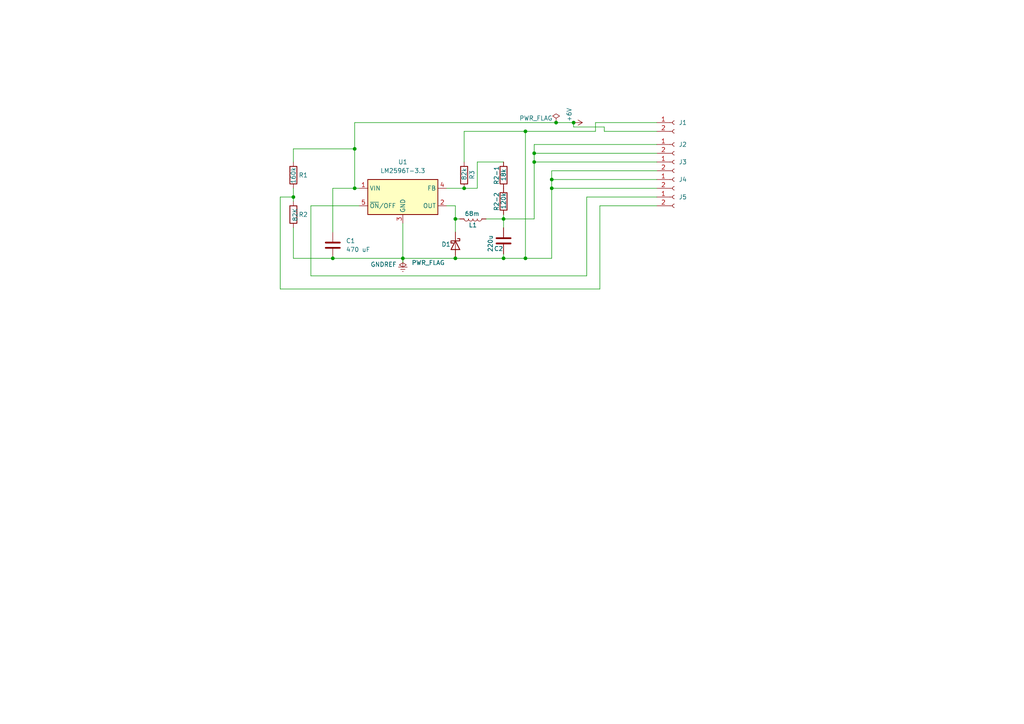
<source format=kicad_sch>
(kicad_sch (version 20231120) (generator "eeschema") (generator_version "8.0")
  (paper "A4")
  (lib_symbols
    (symbol "Connector:Conn_01x02_Socket" (pin_names (offset 1.016) hide)
      (property "Reference" "J" (at 0 2.54 0))
      (property "Value" "Conn_01x02_Socket" (at 0 -5.08 0))
      (symbol "Conn_01x02_Socket_1_1"
        (arc (start 0 -2.032) (mid -0.5058 -2.54) (end 0 -3.048) (stroke (width 0.1524)))
        (polyline (pts (xy -1.27 -2.54) (xy -0.508 -2.54)) (stroke (width 0.1524)))
        (polyline (pts (xy -1.27 0) (xy -0.508 0)) (stroke (width 0.1524)))
        (arc (start 0 0.508) (mid -0.5058 0) (end 0 -0.508) (stroke (width 0.1524)))
        (pin passive line (at -5.08 0 0) (length 3.81) (name "Pin_1") (number "1"))
        (pin passive line (at -5.08 -2.54 0) (length 3.81) (name "Pin_2") (number "2"))
      )
    )
    (symbol "Device:C" (pin_numbers hide) (pin_names (offset 0.254))
      (property "Reference" "C" (at 0.635 2.54 0))
      (property "Value" "C" (at 0.635 -2.54 0))
      (symbol "C_0_1"
        (polyline (pts (xy -2.032 -0.762) (xy 2.032 -0.762)) (stroke (width 0.508)))
        (polyline (pts (xy -2.032 0.762) (xy 2.032 0.762)) (stroke (width 0.508)))
      )
      (symbol "C_1_1"
        (pin passive line (at 0 3.81 270) (length 2.794) (name "~") (number "1"))
        (pin passive line (at 0 -3.81 90) (length 2.794) (name "~") (number "2"))
      )
    )
    (symbol "Device:D_Schottky" (pin_numbers hide) (pin_names (offset 1.016) hide)
      (property "Reference" "D" (at 0 2.54 0))
      (property "Value" "D_Schottky" (at 0 -2.54 0))
      (symbol "D_Schottky_0_1"
        (polyline (pts (xy 1.27 0) (xy -1.27 0)))
        (polyline (pts (xy 1.27 1.27) (xy 1.27 -1.27) (xy -1.27 0) (xy 1.27 1.27)) (stroke (width 0.254)))
        (polyline (pts (xy -1.905 0.635) (xy -1.905 1.27) (xy -1.27 1.27) (xy -1.27 -1.27) (xy -0.635 -1.27) (xy -0.635 -0.635)) (stroke (width 0.254)))
      )
      (symbol "D_Schottky_1_1"
        (pin passive line (at -3.81 0 0) (length 2.54) (name "K") (number "1"))
        (pin passive line (at 3.81 0 180) (length 2.54) (name "A") (number "2"))
      )
    )
    (symbol "Device:L" (pin_numbers hide) (pin_names (offset 1.016) hide)
      (property "Reference" "L" (at -1.27 0 90))
      (property "Value" "L" (at 1.905 0 90))
      (symbol "L_0_1"
        (arc (start 0 -2.54) (mid 0.6323 -1.905) (end 0 -1.27))
        (arc (start 0 -1.27) (mid 0.6323 -0.635) (end 0 0))
        (arc (start 0 0) (mid 0.6323 0.635) (end 0 1.27))
        (arc (start 0 1.27) (mid 0.6323 1.905) (end 0 2.54))
      )
      (symbol "L_1_1"
        (pin passive line (at 0 3.81 270) (length 1.27) (name "1") (number "1"))
        (pin passive line (at 0 -3.81 90) (length 1.27) (name "2") (number "2"))
      )
    )
    (symbol "Device:R" (pin_numbers hide) (pin_names (offset 0))
      (property "Reference" "R" (at 2.032 0 90))
      (property "Value" "R" (at 0 0 90))
      (symbol "R_0_1"
        (rectangle (start -1.016 -2.54) (end 1.016 2.54) (stroke (width 0.254)))
      )
      (symbol "R_1_1"
        (pin passive line (at 0 3.81 270) (length 1.27) (name "~") (number "1"))
        (pin passive line (at 0 -3.81 90) (length 1.27) (name "~") (number "2"))
      )
    )
    (symbol "Regulator_Switching:LM2596T-3.3"
      (property "Reference" "U" (at -10.16 6.35 0))
      (property "Value" "LM2596T-3.3" (at 0 6.35 0))
      (symbol "LM2596T-3.3_0_1"
        (rectangle (start -10.16 5.08) (end 10.16 -5.08) (stroke (width 0.254)) (fill (type background)))
      )
      (symbol "LM2596T-3.3_1_1"
        (pin power_in line (at -12.7 2.54 0) (length 2.54) (name "VIN") (number "1"))
        (pin output line (at 12.7 -2.54 180) (length 2.54) (name "OUT") (number "2"))
        (pin power_in line (at 0 -7.62 90) (length 2.54) (name "GND") (number "3"))
        (pin input line (at 12.7 2.54 180) (length 2.54) (name "FB") (number "4"))
        (pin input line (at -12.7 -2.54 0) (length 2.54) (name "~{ON}/OFF") (number "5"))
      )
    )
    (symbol "power:+6V" (power) (pin_numbers hide) (pin_names (offset 0) hide)
      (property "Value" "+6V" (at 0 3.556 0))
      (symbol "+6V_0_1"
        (polyline (pts (xy -0.762 1.27) (xy 0 2.54)))
        (polyline (pts (xy 0 0) (xy 0 2.54)))
        (polyline (pts (xy 0 2.54) (xy 0.762 1.27)))
      )
      (symbol "+6V_1_1"
        (pin power_in line (at 0 0 90) (length 0) (name "~") (number "1"))
      )
    )
    (symbol "power:GNDREF" (power) (pin_numbers hide) (pin_names (offset 0) hide)
      (property "Value" "GNDREF" (at 0 -3.81 0))
      (symbol "GNDREF_0_1"
        (polyline (pts (xy -0.635 -1.905) (xy 0.635 -1.905)))
        (polyline (pts (xy -0.127 -2.54) (xy 0.127 -2.54)))
        (polyline (pts (xy 0 -1.27) (xy 0 0)))
        (polyline (pts (xy 1.27 -1.27) (xy -1.27 -1.27)))
      )
      (symbol "GNDREF_1_1"
        (pin power_in line (at 0 0 270) (length 0) (name "~") (number "1"))
      )
    )
    (symbol "power:PWR_FLAG" (power) (pin_numbers hide) (pin_names (offset 0) hide)
      (property "Value" "PWR_FLAG" (at 0 3.81 0))
      (symbol "PWR_FLAG_0_0"
        (pin power_out line (at 0 0 90) (length 0) (name "~") (number "1"))
      )
      (symbol "PWR_FLAG_0_1"
        (polyline (pts (xy 0 0) (xy 0 1.27) (xy -1.016 1.905) (xy 0 2.54) (xy 1.016 1.905) (xy 0 1.27)))
      )
    )
  )
  (junction (at 132.08 74.93))
  (junction (at 102.87 43.18))
  (junction (at 134.62 54.61))
  (junction (at 166.37 35.56))
  (junction (at 96.52 74.93))
  (junction (at 160.02 52.07))
  (junction (at 160.02 54.61))
  (junction (at 152.4 38.1))
  (junction (at 132.08 63.5))
  (junction (at 146.05 63.5))
  (junction (at 152.4 74.93))
  (junction (at 116.84 74.93))
  (junction (at 154.94 44.45))
  (junction (at 161.29 35.56))
  (junction (at 102.87 54.61))
  (junction (at 85.09 57.15))
  (junction (at 154.94 46.99))
  (junction (at 146.05 74.93))
  (wire (pts (xy 132.08 59.69) (xy 129.54 59.69)))
  (wire (pts (xy 90.17 80.01) (xy 90.17 59.69)))
  (wire (pts (xy 81.28 57.15) (xy 81.28 83.82)))
  (wire (pts (xy 175.26 36.83) (xy 166.37 36.83)))
  (wire (pts (xy 85.09 66.04) (xy 85.09 74.93)))
  (wire (pts (xy 85.09 43.18) (xy 102.87 43.18)))
  (wire (pts (xy 138.43 46.99) (xy 138.43 54.61)))
  (wire (pts (xy 160.02 52.07) (xy 160.02 54.61)))
  (wire (pts (xy 152.4 74.93) (xy 152.4 38.1)))
  (wire (pts (xy 81.28 83.82) (xy 173.99 83.82)))
  (wire (pts (xy 154.94 46.99) (xy 154.94 63.5)))
  (wire (pts (xy 161.29 35.56) (xy 166.37 35.56)))
  (wire (pts (xy 173.99 59.69) (xy 190.5 59.69)))
  (wire (pts (xy 170.18 57.15) (xy 190.5 57.15)))
  (wire (pts (xy 154.94 44.45) (xy 190.5 44.45)))
  (wire (pts (xy 134.62 38.1) (xy 134.62 46.99)))
  (wire (pts (xy 96.52 74.93) (xy 116.84 74.93)))
  (wire (pts (xy 160.02 54.61) (xy 190.5 54.61)))
  (wire (pts (xy 146.05 66.04) (xy 146.05 63.5)))
  (wire (pts (xy 146.05 63.5) (xy 154.94 63.5)))
  (wire (pts (xy 138.43 46.99) (xy 146.05 46.99)))
  (wire (pts (xy 154.94 41.91) (xy 154.94 44.45)))
  (wire (pts (xy 90.17 59.69) (xy 104.14 59.69)))
  (wire (pts (xy 173.99 83.82) (xy 173.99 59.69)))
  (wire (pts (xy 146.05 73.66) (xy 146.05 74.93)))
  (wire (pts (xy 154.94 46.99) (xy 190.5 46.99)))
  (wire (pts (xy 170.18 80.01) (xy 170.18 57.15)))
  (wire (pts (xy 152.4 74.93) (xy 160.02 74.93)))
  (wire (pts (xy 96.52 54.61) (xy 96.52 67.31)))
  (wire (pts (xy 85.09 54.61) (xy 85.09 57.15)))
  (wire (pts (xy 129.54 54.61) (xy 134.62 54.61)))
  (wire (pts (xy 160.02 54.61) (xy 160.02 74.93)))
  (wire (pts (xy 132.08 63.5) (xy 132.08 67.31)))
  (wire (pts (xy 190.5 35.56) (xy 172.72 35.56)))
  (wire (pts (xy 85.09 43.18) (xy 85.09 46.99)))
  (wire (pts (xy 85.09 57.15) (xy 85.09 58.42)))
  (wire (pts (xy 116.84 76.2) (xy 116.84 74.93)))
  (wire (pts (xy 96.52 54.61) (xy 102.87 54.61)))
  (wire (pts (xy 81.28 57.15) (xy 85.09 57.15)))
  (wire (pts (xy 172.72 38.1) (xy 152.4 38.1)))
  (wire (pts (xy 104.14 54.61) (xy 102.87 54.61)))
  (wire (pts (xy 190.5 41.91) (xy 154.94 41.91)))
  (wire (pts (xy 160.02 49.53) (xy 160.02 52.07)))
  (wire (pts (xy 133.35 63.5) (xy 132.08 63.5)))
  (wire (pts (xy 160.02 49.53) (xy 190.5 49.53)))
  (wire (pts (xy 116.84 74.93) (xy 132.08 74.93)))
  (wire (pts (xy 90.17 80.01) (xy 170.18 80.01)))
  (wire (pts (xy 140.97 63.5) (xy 146.05 63.5)))
  (wire (pts (xy 134.62 54.61) (xy 138.43 54.61)))
  (wire (pts (xy 85.09 74.93) (xy 96.52 74.93)))
  (wire (pts (xy 166.37 36.83) (xy 166.37 35.56)))
  (wire (pts (xy 102.87 43.18) (xy 102.87 35.56)))
  (wire (pts (xy 146.05 62.23) (xy 146.05 63.5)))
  (wire (pts (xy 160.02 52.07) (xy 190.5 52.07)))
  (wire (pts (xy 134.62 38.1) (xy 152.4 38.1)))
  (wire (pts (xy 132.08 74.93) (xy 146.05 74.93)))
  (wire (pts (xy 172.72 35.56) (xy 172.72 38.1)))
  (wire (pts (xy 175.26 38.1) (xy 175.26 36.83)))
  (wire (pts (xy 146.05 74.93) (xy 152.4 74.93)))
  (wire (pts (xy 154.94 44.45) (xy 154.94 46.99)))
  (wire (pts (xy 102.87 35.56) (xy 161.29 35.56)))
  (wire (pts (xy 190.5 38.1) (xy 175.26 38.1)))
  (wire (pts (xy 116.84 64.77) (xy 116.84 74.93)))
  (wire (pts (xy 132.08 59.69) (xy 132.08 63.5)))
  (wire (pts (xy 102.87 43.18) (xy 102.87 54.61)))
  (symbol (lib_id "power:PWR_FLAG") (at 116.84 74.93 180) (unit 1)
    (property "Reference" "#FLG01" (effects (hide yes)))
    (property "Value" "PWR_FLAG" (at 119.38 76.1999 0) (effects (justify right)))
    (property "Description" "Special symbol for telling ERC where power comes from" (effects (hide yes)))
  )
  (symbol (lib_id "Connector:Conn_01x02_Socket") (at 195.58 35.56 0) (unit 1)
    (property "Reference" "J1" (at 196.85 35.5599 0) (effects (justify left)))
    (property "Value" "Conn_01x02_Socket" (effects (hide yes)))
    (property "Footprint" "Connector_PinSocket_2.54mm:PinSocket_1x02_P2.54mm_Vertical" (effects (hide yes)))
    (property "Description" "Generic connector, single row, 01x02, script generated" (effects (hide yes)))
  )
  (symbol (lib_id "Device:R") (at 85.09 62.23 0) (unit 1)
    (property "Reference" "R2" (at 86.614 62.23 0) (effects (justify left)))
    (property "Value" "82K" (at 85.598 64.262 90) (effects (justify left)))
    (property "Footprint" "Resistor_THT:R_Axial_DIN0207_L6.3mm_D2.5mm_P7.62mm_Horizontal" (effects (hide yes)))
    (property "Description" "Resistor" (effects (hide yes)))
  )
  (symbol (lib_id "Device:R") (at 146.05 50.8 0) (unit 1)
    (property "Reference" "R2-1" (at 144.018 53.594 90) (effects (justify left)))
    (property "Value" "18k" (at 146.05 52.578 90) (effects (justify left)))
    (property "Footprint" "Resistor_THT:R_Axial_DIN0207_L6.3mm_D2.5mm_P7.62mm_Horizontal" (effects (hide yes)))
    (property "Description" "Resistor" (effects (hide yes)))
    (property "Sim.Device" "R" (effects (hide yes)))
    (property "Sim.Pins" "1=+ 2=-" (effects (hide yes)))
  )
  (symbol (lib_id "Device:R") (at 85.09 50.8 0) (unit 1)
    (property "Reference" "R1" (at 86.614 50.8 0) (effects (justify left)))
    (property "Value" "160k" (at 85.09 53.34 90) (effects (justify left)))
    (property "Footprint" "Resistor_THT:R_Axial_DIN0207_L6.3mm_D2.5mm_P7.62mm_Horizontal" (effects (hide yes)))
    (property "Description" "Resistor" (effects (hide yes)))
  )
  (symbol (lib_id "Device:R") (at 134.62 50.8 0) (unit 1)
    (property "Reference" "R3" (at 136.906 52.07 90) (effects (justify left)))
    (property "Value" "82k" (at 134.62 52.324 90) (effects (justify left)))
    (property "Footprint" "Resistor_THT:R_Axial_DIN0207_L6.3mm_D2.5mm_P7.62mm_Horizontal" (effects (hide yes)))
    (property "Description" "Resistor" (effects (hide yes)))
  )
  (symbol (lib_id "Regulator_Switching:LM2596T-3.3") (at 116.84 57.15 0) (unit 1)
    (property "Reference" "U1" (at 116.84 46.99 0))
    (property "Value" "LM2596T-3.3" (at 116.84 49.53 0))
    (property "Footprint" "Package_TO_SOT_THT:TO-220-5_P3.4x3.7mm_StaggerOdd_Lead3.8mm_Vertical" (effects (hide yes)))
    (property "Datasheet" "http://www.ti.com/lit/ds/symlink/lm2596.pdf" (effects (hide yes)))
    (property "Description" "3.3V 3A 150kHz Step-Down Voltage Regulator, TO-220" (effects (hide yes)))
    (property "Sim.Library" "C:\\Users\\srbye\\OneDrive\\Documents\\KiCad\\8.0\\SIMULATIONS\\LM2596_3P3_TRANS-PSpiceFiles\\LM2596_3P3 Inverting Regulator\\trans.sim" (effects (hide yes)))
  )
  (symbol (lib_id "power:+6V") (at 166.37 35.56 270) (unit 1)
    (property "Reference" "#PWR02" (effects (hide yes)))
    (property "Value" "+6V" (at 165.1 33.274 0))
    (property "Description" "Power symbol creates a global label with name \"+6V\"" (effects (hide yes)))
  )
  (symbol (lib_id "power:PWR_FLAG") (at 161.29 35.56 0) (unit 1)
    (property "Reference" "#FLG02" (effects (hide yes)))
    (property "Value" "PWR_FLAG" (at 155.448 34.29 0))
    (property "Description" "Special symbol for telling ERC where power comes from" (effects (hide yes)))
  )
  (symbol (lib_id "Device:D_Schottky") (at 132.08 71.12 270) (unit 1) (exclude_from_sim yes)
    (property "Reference" "D1" (at 128.016 70.866 90) (effects (justify left)))
    (property "Value" "D_Schottky" (effects (hide yes)))
    (property "Footprint" "SchottkyDIodeFor491:DIOAD1990W125L840D530" (effects (hide yes)))
    (property "Description" "Schottky diode" (effects (hide yes)))
    (property "Sim.Device" "D" (effects (hide yes)))
    (property "Sim.Pins" "1=A 2=K" (effects (hide yes)))
  )
  (symbol (lib_id "Device:L") (at 137.16 63.5 270) (unit 1)
    (property "Reference" "L1" (at 137.16 65.278 90))
    (property "Value" "68m" (at 136.906 61.976 90))
    (property "Footprint" "Inductor_THT:L_Radial_D12.0mm_P6.00mm_Murata_1900R" (effects (hide yes)))
    (property "Description" "Inductor" (effects (hide yes)))
    (property "Sim.Device" "L" (effects (hide yes)))
    (property "Sim.Pins" "1=+ 2=-" (effects (hide yes)))
  )
  (symbol (lib_id "Connector:Conn_01x02_Socket") (at 195.58 46.99 0) (unit 1)
    (property "Reference" "J3" (at 196.85 46.9899 0) (effects (justify left)))
    (property "Value" "Conn_01x02_Socket" (effects (hide yes)))
    (property "Footprint" "Connector_PinSocket_2.54mm:PinSocket_1x02_P2.54mm_Vertical" (effects (hide yes)))
    (property "Description" "Generic connector, single row, 01x02, script generated" (effects (hide yes)))
  )
  (symbol (lib_id "Device:R") (at 146.05 58.42 0) (unit 1)
    (property "Reference" "R2-2" (at 144.018 61.214 90) (effects (justify left)))
    (property "Value" "120k" (at 146.05 60.706 90) (effects (justify left)))
    (property "Footprint" "Resistor_THT:R_Axial_DIN0207_L6.3mm_D2.5mm_P7.62mm_Horizontal" (effects (hide yes)))
    (property "Description" "Resistor" (effects (hide yes)))
  )
  (symbol (lib_id "Connector:Conn_01x02_Socket") (at 195.58 41.91 0) (unit 1)
    (property "Reference" "J2" (at 196.85 41.9099 0) (effects (justify left)))
    (property "Value" "Conn_01x02_Socket" (effects (hide yes)))
    (property "Footprint" "Connector_PinSocket_2.54mm:PinSocket_1x02_P2.54mm_Vertical" (effects (hide yes)))
    (property "Description" "Generic connector, single row, 01x02, script generated" (effects (hide yes)))
  )
  (symbol (lib_id "Device:C") (at 146.05 69.85 0) (unit 1)
    (property "Reference" "C2" (at 143.256 72.136 0) (effects (justify left)))
    (property "Value" "220u" (at 142.24 73.152 90) (effects (justify left)))
    (property "Footprint" "220UFRadialTHCAP:220uFRadialTHCAP" (effects (hide yes)))
    (property "Description" "Unpolarized capacitor" (effects (hide yes)))
    (property "Sim.Device" "C" (effects (hide yes)))
    (property "Sim.Pins" "1=+ 2=-" (effects (hide yes)))
  )
  (symbol (lib_id "Device:C") (at 96.52 71.12 0) (unit 1)
    (property "Reference" "C1" (at 100.33 69.8499 0) (effects (justify left)))
    (property "Value" "470 uF" (at 100.33 72.3899 0) (effects (justify left)))
    (property "Footprint" "Capacitor_THT:CP_Radial_D10.0mm_P5.00mm" (effects (hide yes)))
    (property "Description" "Unpolarized capacitor" (effects (hide yes)))
  )
  (symbol (lib_id "power:GNDREF") (at 116.84 76.2 0) (unit 1)
    (property "Reference" "#PWR01" (effects (hide yes)))
    (property "Value" "GNDREF" (at 111.252 76.708 0))
    (property "Description" "Power symbol creates a global label with name \"GNDREF\" , reference supply ground" (effects (hide yes)))
  )
  (symbol (lib_id "Connector:Conn_01x02_Socket") (at 195.58 52.07 0) (unit 1)
    (property "Reference" "J4" (at 196.85 52.0699 0) (effects (justify left)))
    (property "Value" "Conn_01x02_Socket" (effects (hide yes)))
    (property "Footprint" "Connector_PinSocket_2.54mm:PinSocket_1x02_P2.54mm_Vertical" (effects (hide yes)))
    (property "Description" "Generic connector, single row, 01x02, script generated" (effects (hide yes)))
  )
  (symbol (lib_id "Connector:Conn_01x02_Socket") (at 195.58 57.15 0) (unit 1)
    (property "Reference" "J5" (at 196.85 57.1499 0) (effects (justify left)))
    (property "Value" "Conn_01x02_Socket" (effects (hide yes)))
    (property "Footprint" "Connector_PinSocket_2.54mm:PinSocket_1x02_P2.54mm_Vertical" (effects (hide yes)))
    (property "Description" "Generic connector, single row, 01x02, script generated" (effects (hide yes)))
  )
)
</source>
